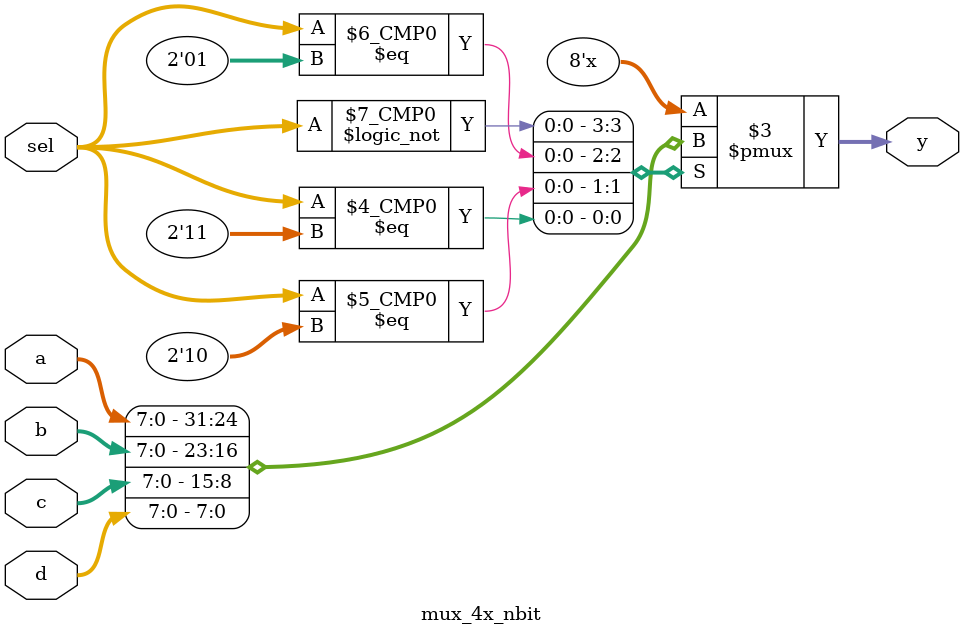
<source format=v>
module mux_4x_nbit 
	// Parameters section 
	#( parameter BUS_WIDTH = 8)
	// Ports section 
	(
	input [BUS_WIDTH-1:0] a,
	input [BUS_WIDTH-1:0] b,
	input [BUS_WIDTH-1:0] c,
	input [BUS_WIDTH-1:0] d,
	input [1:0] sel,
	output reg [BUS_WIDTH-1:0] y
	);

	always @(*) begin 
		case (sel)
			2'd0: begin y = a; end 
			2'd1: begin y = b; end 
			2'd2: begin y = c; end 
			2'd3: begin y = d; end 
			default: begin y = a; end 
		endcase 
	end 


endmodule 

`timescale 1us/1ns 
module tb_mux_4x_nbit(
	// no inputs here 
);

	parameter BUS_WIDTH = 8;
	reg [BUS_WIDTH-1:0] a;
	reg [BUS_WIDTH-1:0] b;
	reg [BUS_WIDTH-1:0] d;
	reg [BUS_WIDTH-1:0] d;
	reg [1:0] sel;
	wire [BUS_WIDTH-1:0] y;
	integer i;

	// Instantiate the DUT
	mux_4x_nbit
		MUX0(
		);

	// Create stimulus
	initial begin 
	end 


endmodule 

</source>
